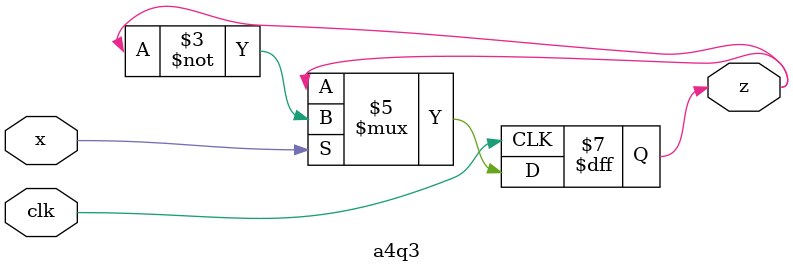
<source format=v>
module a4q3 (
    input clk,x,
    output z
);
    
    reg z = 0;
    always @(posedge clk ) begin
        if(x==1) z <= ~z;
    end

endmodule
</source>
